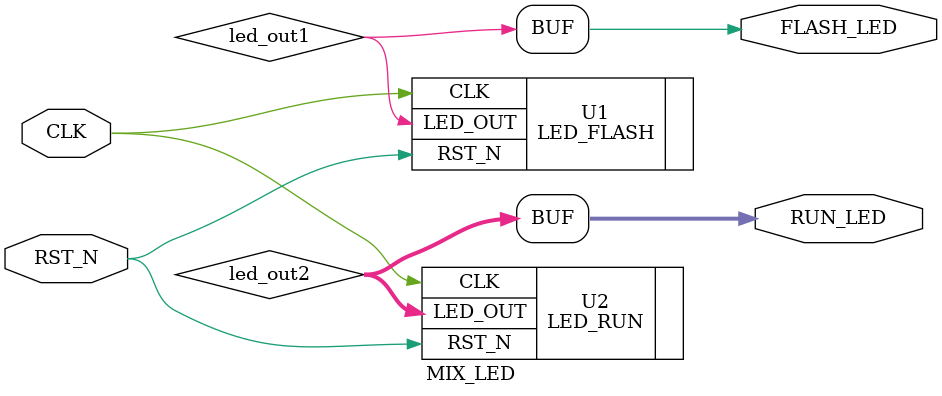
<source format=v>
module MIX_LED
(
	CLK,RST_N,
	FLASH_LED,
	RUN_LED
);
input CLK;
input RST_N;
output FLASH_LED;
output[2:0] RUN_LED;

/*****************************************************/

	wire led_out1;
	LED_FLASH U1
	(
		.CLK(CLK),
		.RST_N(RST_N),
		.LED_OUT(led_out1)
	);
	assign FLASH_LED = led_out1;
	
/*******************************************************/

	wire[2:0] led_out2;
	LED_RUN U2
	(
		.CLK(CLK),
		.RST_N(RST_N),
		.LED_OUT(led_out2)
	);
	assign  RUN_LED = led_out2;

/*******************************************************/
endmodule
</source>
